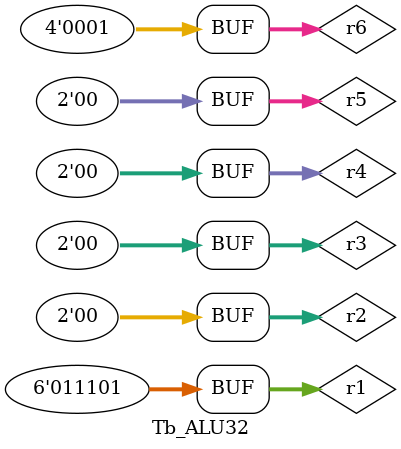
<source format=v>

`timescale 1ns / 1ps




module Tb_ALU32;

reg [5:0] r1;
reg [3:0] r6;
reg [1:0] r2, r3, r4, r5;
wire carry, over;
wire [31:0] out;

    MaingerALU m_alu (r1, r6, r2, r3, r4, r5, carry,over, out);
    initial begin
        r1 = 6'b000000; r2 = 2'b00; r3 = 2'b00; r4 = 2'b00; r5 = 2'b10; r6 = 4'b0001; #100;
        r1 = 6'b000001; r2 = 2'b00; r3 = 2'b10; r4 = 2'b10; r5 = 2'b00; r6 = 4'b0001; #100;
        r1 = 6'b000010; r2 = 2'b10; r3 = 2'b00; r4 = 2'b00; r5 = 2'b00; r6 = 4'b0001; #100;
        r1 = 6'b000011; r2 = 2'b00; r3 = 2'b00; r4 = 2'b00; r5 = 2'b00; r6 = 4'b0001; #100;

        r1 = 5'b0001_00; r2 = 2'b00; r3 = 2'b00; r4 = 2'b00; r5 = 2'b00; r6 = 4'b0001; #100;          r1 = 6'b0011_00; r2 = 2'b00; r3 = 2'b00; r4 = 2'b00; r5 = 2'b00; r6 = 4'b0001; #100;
        r1 = 6'b0100_01; r2 = 2'b00; r3 = 2'b00; r4 = 2'b00; r5 = 2'b00; r6 = 4'b0001; #100;
        r1 = 6'b0101_01; r2 = 2'b00; r3 = 2'b00; r4 = 2'b00; r5 = 2'b00; r6 = 4'b0001; #100;
        r1 = 6'b0111_01; r2 = 2'b00; r3 = 2'b00; r4 = 2'b00; r5 = 2'b00; r6 = 4'b0001; #100;

    end

endmodule
</source>
